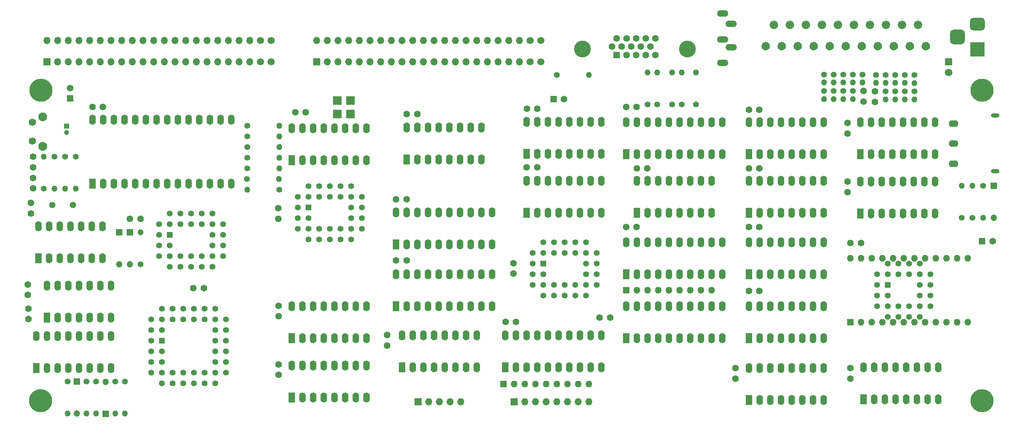
<source format=gbr>
%TF.GenerationSoftware,KiCad,Pcbnew,7.0.10*%
%TF.CreationDate,2024-04-27T18:37:45+01:00*%
%TF.ProjectId,v1b,7631622e-6b69-4636-9164-5f7063625858,rev?*%
%TF.SameCoordinates,Original*%
%TF.FileFunction,Soldermask,Top*%
%TF.FilePolarity,Negative*%
%FSLAX46Y46*%
G04 Gerber Fmt 4.6, Leading zero omitted, Abs format (unit mm)*
G04 Created by KiCad (PCBNEW 7.0.10) date 2024-04-27 18:37:45*
%MOMM*%
%LPD*%
G01*
G04 APERTURE LIST*
G04 Aperture macros list*
%AMRoundRect*
0 Rectangle with rounded corners*
0 $1 Rounding radius*
0 $2 $3 $4 $5 $6 $7 $8 $9 X,Y pos of 4 corners*
0 Add a 4 corners polygon primitive as box body*
4,1,4,$2,$3,$4,$5,$6,$7,$8,$9,$2,$3,0*
0 Add four circle primitives for the rounded corners*
1,1,$1+$1,$2,$3*
1,1,$1+$1,$4,$5*
1,1,$1+$1,$6,$7*
1,1,$1+$1,$8,$9*
0 Add four rect primitives between the rounded corners*
20,1,$1+$1,$2,$3,$4,$5,0*
20,1,$1+$1,$4,$5,$6,$7,0*
20,1,$1+$1,$6,$7,$8,$9,0*
20,1,$1+$1,$8,$9,$2,$3,0*%
G04 Aperture macros list end*
%ADD10C,1.600000*%
%ADD11R,1.600000X1.600000*%
%ADD12O,1.600000X1.600000*%
%ADD13R,1.422400X1.422400*%
%ADD14C,1.422400*%
%ADD15R,1.600000X2.400000*%
%ADD16O,1.600000X2.400000*%
%ADD17R,3.500000X3.500000*%
%ADD18RoundRect,0.750000X-1.000000X0.750000X-1.000000X-0.750000X1.000000X-0.750000X1.000000X0.750000X0*%
%ADD19RoundRect,0.875000X-0.875000X0.875000X-0.875000X-0.875000X0.875000X-0.875000X0.875000X0.875000X0*%
%ADD20C,4.000000*%
%ADD21C,1.400000*%
%ADD22O,1.400000X1.400000*%
%ADD23R,1.200000X1.200000*%
%ADD24C,1.200000*%
%ADD25R,1.500000X1.500000*%
%ADD26O,1.500000X1.500000*%
%ADD27C,5.500000*%
%ADD28C,2.100000*%
%ADD29C,1.750000*%
%ADD30R,1.700000X1.700000*%
%ADD31O,1.700000X1.700000*%
%ADD32O,2.000000X1.000000*%
%ADD33O,2.300000X1.600000*%
%ADD34R,2.000000X2.000000*%
%ADD35C,1.998980*%
%ADD36R,1.800000X1.800000*%
%ADD37C,1.800000*%
%ADD38C,1.700000*%
%ADD39O,2.700000X1.500000*%
%ADD40C,1.500000*%
G04 APERTURE END LIST*
D10*
%TO.C,Cd11*%
X101600000Y-126365000D03*
X101600000Y-128865000D03*
%TD*%
D11*
%TO.C,U20*%
X237633000Y-116325000D03*
D12*
X240173000Y-116325000D03*
X242713000Y-116325000D03*
X245253000Y-116325000D03*
X247793000Y-116325000D03*
X250333000Y-116325000D03*
X252873000Y-116325000D03*
X255413000Y-116325000D03*
X257953000Y-116325000D03*
X260493000Y-116325000D03*
X263033000Y-116325000D03*
X265573000Y-116325000D03*
X265573000Y-101085000D03*
X263033000Y-101085000D03*
X260493000Y-101085000D03*
X257953000Y-101085000D03*
X255413000Y-101085000D03*
X252873000Y-101085000D03*
X250333000Y-101085000D03*
X247793000Y-101085000D03*
X245253000Y-101085000D03*
X242713000Y-101085000D03*
X240173000Y-101085000D03*
X237633000Y-101085000D03*
%TD*%
D13*
%TO.C,U5*%
X108743000Y-89000000D03*
D14*
X106203000Y-91540000D03*
X108743000Y-91540000D03*
X106203000Y-94080000D03*
X108743000Y-96620000D03*
X108743000Y-94080000D03*
X111283000Y-96620000D03*
X111283000Y-94080000D03*
X113823000Y-96620000D03*
X113823000Y-94080000D03*
X116363000Y-96620000D03*
X116363000Y-94080000D03*
X118903000Y-96620000D03*
X121443000Y-94080000D03*
X118903000Y-94080000D03*
X121443000Y-91540000D03*
X118903000Y-91540000D03*
X121443000Y-89000000D03*
X118903000Y-89000000D03*
X121443000Y-86460000D03*
X118903000Y-83920000D03*
X118903000Y-86460000D03*
X116363000Y-83920000D03*
X116363000Y-86460000D03*
X113823000Y-83920000D03*
X113823000Y-86460000D03*
X111283000Y-83920000D03*
X111283000Y-86460000D03*
X108743000Y-83920000D03*
X106203000Y-86460000D03*
X108743000Y-86460000D03*
X106203000Y-89000000D03*
%TD*%
D10*
%TO.C,Cd4*%
X129540000Y-101600000D03*
X132040000Y-101600000D03*
%TD*%
%TO.C,C5*%
X243500000Y-63819000D03*
X243500000Y-61319000D03*
%TD*%
%TO.C,Cd28*%
X213528000Y-79612000D03*
X216028000Y-79612000D03*
%TD*%
D15*
%TO.C,U19*%
X240030000Y-76300000D03*
D16*
X242570000Y-76300000D03*
X245110000Y-76300000D03*
X247650000Y-76300000D03*
X250190000Y-76300000D03*
X252730000Y-76300000D03*
X255270000Y-76300000D03*
X257810000Y-76300000D03*
X257810000Y-68680000D03*
X255270000Y-68680000D03*
X252730000Y-68680000D03*
X250190000Y-68680000D03*
X247650000Y-68680000D03*
X245110000Y-68680000D03*
X242570000Y-68680000D03*
X240030000Y-68680000D03*
%TD*%
D17*
%TO.C,J3*%
X267857500Y-51300000D03*
D18*
X267857500Y-45300000D03*
D19*
X263157500Y-48300000D03*
%TD*%
D20*
%TO.C,J7*%
X198890000Y-51181000D03*
X173890000Y-51181000D03*
D11*
X182075000Y-52601000D03*
D10*
X184365000Y-52601000D03*
X186655000Y-52601000D03*
X188945000Y-52601000D03*
X191235000Y-52601000D03*
X180930000Y-50621000D03*
X183220000Y-50621000D03*
X185510000Y-50621000D03*
X187800000Y-50621000D03*
X190090000Y-50621000D03*
X182075000Y-48641000D03*
X184365000Y-48641000D03*
X186655000Y-48641000D03*
X188945000Y-48641000D03*
X191235000Y-48641000D03*
%TD*%
D21*
%TO.C,R25*%
X236007000Y-57270000D03*
D22*
X236007000Y-59170000D03*
%TD*%
D21*
%TO.C,R10*%
X94148000Y-77072000D03*
D22*
X101768000Y-77072000D03*
%TD*%
D15*
%TO.C,U18*%
X240030000Y-90407000D03*
D16*
X242570000Y-90407000D03*
X245110000Y-90407000D03*
X247650000Y-90407000D03*
X250190000Y-90407000D03*
X252730000Y-90407000D03*
X255270000Y-90407000D03*
X257810000Y-90407000D03*
X257810000Y-82787000D03*
X255270000Y-82787000D03*
X252730000Y-82787000D03*
X250190000Y-82787000D03*
X247650000Y-82787000D03*
X245110000Y-82787000D03*
X242570000Y-82787000D03*
X240030000Y-82787000D03*
%TD*%
D10*
%TO.C,Cd32*%
X210353000Y-127237000D03*
X210353000Y-129737000D03*
%TD*%
D21*
%TO.C,R7*%
X45720000Y-84455000D03*
D22*
X45720000Y-76835000D03*
%TD*%
D23*
%TO.C,C1*%
X51100000Y-69577400D03*
D24*
X51100000Y-71077400D03*
%TD*%
D21*
%TO.C,R11*%
X94148000Y-74532000D03*
D22*
X101768000Y-74532000D03*
%TD*%
D21*
%TO.C,R16*%
X195240000Y-64372000D03*
D22*
X195240000Y-56752000D03*
%TD*%
D21*
%TO.C,R24*%
X233721000Y-57270000D03*
D22*
X233721000Y-59170000D03*
%TD*%
D11*
%TO.C,RN2*%
X155098000Y-131047000D03*
D12*
X157638000Y-131047000D03*
X160178000Y-131047000D03*
X162718000Y-131047000D03*
X165258000Y-131047000D03*
X167798000Y-131047000D03*
X170338000Y-131047000D03*
X172878000Y-131047000D03*
X175418000Y-131047000D03*
%TD*%
D21*
%TO.C,R9*%
X94148000Y-79612000D03*
D22*
X101768000Y-79612000D03*
%TD*%
D25*
%TO.C,D4*%
X66208000Y-94852000D03*
D26*
X66208000Y-102472000D03*
%TD*%
D27*
%TO.C,H2*%
X45000000Y-135000000D03*
%TD*%
D15*
%TO.C,U3*%
X104775000Y-134222000D03*
D16*
X107315000Y-134222000D03*
X109855000Y-134222000D03*
X112395000Y-134222000D03*
X114935000Y-134222000D03*
X117475000Y-134222000D03*
X120015000Y-134222000D03*
X122555000Y-134222000D03*
X122555000Y-126602000D03*
X120015000Y-126602000D03*
X117475000Y-126602000D03*
X114935000Y-126602000D03*
X112395000Y-126602000D03*
X109855000Y-126602000D03*
X107315000Y-126602000D03*
X104775000Y-126602000D03*
%TD*%
D15*
%TO.C,U16*%
X213493000Y-134857000D03*
D16*
X216033000Y-134857000D03*
X218573000Y-134857000D03*
X221113000Y-134857000D03*
X223653000Y-134857000D03*
X226193000Y-134857000D03*
X228733000Y-134857000D03*
X231273000Y-134857000D03*
X231273000Y-127237000D03*
X228733000Y-127237000D03*
X226193000Y-127237000D03*
X223653000Y-127237000D03*
X221113000Y-127237000D03*
X218573000Y-127237000D03*
X216033000Y-127237000D03*
X213493000Y-127237000D03*
%TD*%
D21*
%TO.C,R39*%
X167808000Y-57387000D03*
D22*
X175428000Y-57387000D03*
%TD*%
D21*
%TO.C,R34*%
X248326000Y-57387000D03*
D22*
X248326000Y-59287000D03*
%TD*%
D10*
%TO.C,C3*%
X43180000Y-76855000D03*
X43180000Y-79355000D03*
%TD*%
D15*
%TO.C,U7*%
X160655000Y-76200000D03*
D16*
X163195000Y-76200000D03*
X165735000Y-76200000D03*
X168275000Y-76200000D03*
X170815000Y-76200000D03*
X173355000Y-76200000D03*
X175895000Y-76200000D03*
X178435000Y-76200000D03*
X178435000Y-68580000D03*
X175895000Y-68580000D03*
X173355000Y-68580000D03*
X170815000Y-68580000D03*
X168275000Y-68580000D03*
X165735000Y-68580000D03*
X163195000Y-68580000D03*
X160655000Y-68580000D03*
%TD*%
D21*
%TO.C,R2*%
X101768000Y-84692000D03*
D22*
X94148000Y-84692000D03*
%TD*%
D28*
%TO.C,SW1*%
X45466000Y-74422000D03*
X45466000Y-67412000D03*
D29*
X42976000Y-73172000D03*
X42976000Y-68672000D03*
%TD*%
D15*
%TO.C,U2*%
X44450000Y-101065000D03*
D16*
X46990000Y-101065000D03*
X49530000Y-101065000D03*
X52070000Y-101065000D03*
X54610000Y-101065000D03*
X57150000Y-101065000D03*
X59690000Y-101065000D03*
X59690000Y-93445000D03*
X57150000Y-93445000D03*
X54610000Y-93445000D03*
X52070000Y-93445000D03*
X49530000Y-93445000D03*
X46990000Y-93445000D03*
X44450000Y-93445000D03*
%TD*%
D21*
%TO.C,R22*%
X238293000Y-61202000D03*
D22*
X238293000Y-63102000D03*
%TD*%
D21*
%TO.C,R5*%
X50800000Y-76835000D03*
D22*
X50800000Y-84455000D03*
%TD*%
D30*
%TO.C,J2*%
X157638000Y-135255000D03*
D31*
X160178000Y-135255000D03*
X162718000Y-135255000D03*
X165258000Y-135255000D03*
X167798000Y-135255000D03*
X170338000Y-135255000D03*
X172878000Y-135255000D03*
X175418000Y-135255000D03*
%TD*%
D21*
%TO.C,R15*%
X191684000Y-64372000D03*
D22*
X191684000Y-56752000D03*
%TD*%
D21*
%TO.C,R6*%
X53340000Y-76835000D03*
D22*
X53340000Y-84455000D03*
%TD*%
D21*
%TO.C,R32*%
X252898000Y-57408000D03*
D22*
X252898000Y-59308000D03*
%TD*%
D32*
%TO.C,SW2*%
X272155000Y-80310000D03*
X272155000Y-67010000D03*
D33*
X262255000Y-78510000D03*
X262255000Y-73710000D03*
X262255000Y-69010000D03*
%TD*%
D21*
%TO.C,R38*%
X266700000Y-91440000D03*
D22*
X266700000Y-83820000D03*
%TD*%
D10*
%TO.C,Cd27*%
X42672000Y-90367000D03*
X42672000Y-87867000D03*
%TD*%
D21*
%TO.C,R21*%
X236007000Y-61202000D03*
D22*
X236007000Y-63102000D03*
%TD*%
D10*
%TO.C,Cd1*%
X180508000Y-115172000D03*
X178008000Y-115172000D03*
%TD*%
D21*
%TO.C,R3*%
X58166000Y-130412000D03*
D22*
X58166000Y-138032000D03*
%TD*%
D15*
%TO.C,U15*%
X184308000Y-76300000D03*
D16*
X186848000Y-76300000D03*
X189388000Y-76300000D03*
X191928000Y-76300000D03*
X194468000Y-76300000D03*
X197008000Y-76300000D03*
X199548000Y-76300000D03*
X202088000Y-76300000D03*
X204628000Y-76300000D03*
X207168000Y-76300000D03*
X207168000Y-68680000D03*
X204628000Y-68680000D03*
X202088000Y-68680000D03*
X199548000Y-68680000D03*
X197008000Y-68680000D03*
X194468000Y-68680000D03*
X191928000Y-68680000D03*
X189388000Y-68680000D03*
X186848000Y-68680000D03*
X184308000Y-68680000D03*
%TD*%
D10*
%TO.C,Cd15*%
X41910000Y-107315000D03*
X41910000Y-109815000D03*
%TD*%
%TO.C,Cd30*%
X213528000Y-65642000D03*
X216028000Y-65642000D03*
%TD*%
D15*
%TO.C,U17*%
X240813000Y-134710000D03*
D16*
X243353000Y-134710000D03*
X245893000Y-134710000D03*
X248433000Y-134710000D03*
X250973000Y-134710000D03*
X253513000Y-134710000D03*
X256053000Y-134710000D03*
X258593000Y-134710000D03*
X258593000Y-127090000D03*
X256053000Y-127090000D03*
X253513000Y-127090000D03*
X250973000Y-127090000D03*
X248433000Y-127090000D03*
X245893000Y-127090000D03*
X243353000Y-127090000D03*
X240813000Y-127090000D03*
%TD*%
D10*
%TO.C,C2*%
X43180000Y-84415000D03*
X43180000Y-81915000D03*
%TD*%
%TO.C,Cd9*%
X213528000Y-93582000D03*
X216028000Y-93582000D03*
%TD*%
%TO.C,Cd29*%
X160695000Y-65405000D03*
X163195000Y-65405000D03*
%TD*%
D21*
%TO.C,R1*%
X55880000Y-130412000D03*
D22*
X55880000Y-138032000D03*
%TD*%
D21*
%TO.C,R28*%
X252898000Y-61319000D03*
D22*
X252898000Y-63219000D03*
%TD*%
D10*
%TO.C,Cd19*%
X105578000Y-66277000D03*
X108078000Y-66277000D03*
%TD*%
D21*
%TO.C,R14*%
X189398000Y-64372000D03*
D22*
X189398000Y-56752000D03*
%TD*%
D10*
%TO.C,Cd2*%
X155595000Y-116205000D03*
X158095000Y-116205000D03*
%TD*%
D15*
%TO.C,U32*%
X129540000Y-112495000D03*
D16*
X132080000Y-112495000D03*
X134620000Y-112495000D03*
X137160000Y-112495000D03*
X139700000Y-112495000D03*
X142240000Y-112495000D03*
X144780000Y-112495000D03*
X147320000Y-112495000D03*
X149860000Y-112495000D03*
X152400000Y-112495000D03*
X152400000Y-104875000D03*
X149860000Y-104875000D03*
X147320000Y-104875000D03*
X144780000Y-104875000D03*
X142240000Y-104875000D03*
X139700000Y-104875000D03*
X137160000Y-104875000D03*
X134620000Y-104875000D03*
X132080000Y-104875000D03*
X129540000Y-104875000D03*
%TD*%
D11*
%TO.C,C7*%
X167045000Y-63102000D03*
D10*
X169545000Y-63102000D03*
%TD*%
%TO.C,Cd13*%
X42078000Y-115570000D03*
X42078000Y-113070000D03*
%TD*%
D21*
%TO.C,R4*%
X48260000Y-76835000D03*
D22*
X48260000Y-84455000D03*
%TD*%
D11*
%TO.C,C6*%
X269000000Y-97000000D03*
D10*
X271500000Y-97000000D03*
%TD*%
D25*
%TO.C,D1*%
X53594000Y-130412000D03*
D26*
X53594000Y-138032000D03*
%TD*%
D15*
%TO.C,U24*%
X213493000Y-90270000D03*
D16*
X216033000Y-90270000D03*
X218573000Y-90270000D03*
X221113000Y-90270000D03*
X223653000Y-90270000D03*
X226193000Y-90270000D03*
X228733000Y-90270000D03*
X231273000Y-90270000D03*
X231273000Y-82650000D03*
X228733000Y-82650000D03*
X226193000Y-82650000D03*
X223653000Y-82650000D03*
X221113000Y-82650000D03*
X218573000Y-82650000D03*
X216033000Y-82650000D03*
X213493000Y-82650000D03*
%TD*%
D15*
%TO.C,U14*%
X186838000Y-90260000D03*
D16*
X189378000Y-90260000D03*
X191918000Y-90260000D03*
X194458000Y-90260000D03*
X196998000Y-90260000D03*
X199538000Y-90260000D03*
X202078000Y-90260000D03*
X204618000Y-90260000D03*
X204618000Y-82640000D03*
X202078000Y-82640000D03*
X199538000Y-82640000D03*
X196998000Y-82640000D03*
X194458000Y-82640000D03*
X191918000Y-82640000D03*
X189378000Y-82640000D03*
X186838000Y-82640000D03*
%TD*%
D34*
%TO.C,TP3*%
X115570000Y-63500000D03*
%TD*%
D21*
%TO.C,R36*%
X243754000Y-57387000D03*
D22*
X243754000Y-59287000D03*
%TD*%
D11*
%TO.C,RN1*%
X184288000Y-108685000D03*
D12*
X186828000Y-108685000D03*
X189368000Y-108685000D03*
X191908000Y-108685000D03*
X194448000Y-108685000D03*
X196988000Y-108685000D03*
X199528000Y-108685000D03*
X202068000Y-108685000D03*
X204608000Y-108685000D03*
%TD*%
D27*
%TO.C,H4*%
X269000000Y-135000000D03*
%TD*%
D21*
%TO.C,R29*%
X250612000Y-61319600D03*
D22*
X250612000Y-63219600D03*
%TD*%
D10*
%TO.C,Cd20*%
X237698000Y-97392000D03*
X240198000Y-97392000D03*
%TD*%
D21*
%TO.C,R44*%
X65000000Y-130429000D03*
D22*
X65000000Y-138049000D03*
%TD*%
D13*
%TO.C,U21*%
X246523000Y-107425000D03*
D14*
X243983000Y-109965000D03*
X246523000Y-109965000D03*
X243983000Y-112505000D03*
X246523000Y-115045000D03*
X246523000Y-112505000D03*
X249063000Y-115045000D03*
X249063000Y-112505000D03*
X251603000Y-115045000D03*
X251603000Y-112505000D03*
X254143000Y-115045000D03*
X256683000Y-112505000D03*
X254143000Y-112505000D03*
X256683000Y-109965000D03*
X254143000Y-109965000D03*
X256683000Y-107425000D03*
X254143000Y-107425000D03*
X256683000Y-104885000D03*
X254143000Y-102345000D03*
X254143000Y-104885000D03*
X251603000Y-102345000D03*
X251603000Y-104885000D03*
X249063000Y-102345000D03*
X249063000Y-104885000D03*
X246523000Y-102345000D03*
X243983000Y-104885000D03*
X246523000Y-104885000D03*
X243983000Y-107425000D03*
%TD*%
D27*
%TO.C,H3*%
X269030000Y-61000000D03*
%TD*%
D10*
%TO.C,C4*%
X240833000Y-63702000D03*
X240833000Y-61202000D03*
%TD*%
D21*
%TO.C,R37*%
X68748000Y-102472000D03*
D22*
X68748000Y-94852000D03*
%TD*%
D25*
%TO.C,D2*%
X271780000Y-83820000D03*
D26*
X271780000Y-91440000D03*
%TD*%
D15*
%TO.C,U23*%
X213493000Y-104875000D03*
D16*
X216033000Y-104875000D03*
X218573000Y-104875000D03*
X221113000Y-104875000D03*
X223653000Y-104875000D03*
X226193000Y-104875000D03*
X228733000Y-104875000D03*
X231273000Y-104875000D03*
X231273000Y-97255000D03*
X228733000Y-97255000D03*
X226193000Y-97255000D03*
X223653000Y-97255000D03*
X221113000Y-97255000D03*
X218573000Y-97255000D03*
X216033000Y-97255000D03*
X213493000Y-97255000D03*
%TD*%
D10*
%TO.C,Cd31*%
X101514000Y-89137000D03*
X101514000Y-91637000D03*
%TD*%
D21*
%TO.C,R41*%
X264160000Y-91440000D03*
D22*
X264160000Y-83820000D03*
%TD*%
D11*
%TO.C,C8*%
X52000000Y-63000000D03*
D10*
X52000000Y-60500000D03*
%TD*%
D15*
%TO.C,U28*%
X57293000Y-83290000D03*
D16*
X59833000Y-83290000D03*
X62373000Y-83290000D03*
X64913000Y-83290000D03*
X67453000Y-83290000D03*
X69993000Y-83290000D03*
X72533000Y-83290000D03*
X75073000Y-83290000D03*
X77613000Y-83290000D03*
X80153000Y-83290000D03*
X82693000Y-83290000D03*
X85233000Y-83290000D03*
X87773000Y-83290000D03*
X90313000Y-83290000D03*
X90313000Y-68050000D03*
X87773000Y-68050000D03*
X85233000Y-68050000D03*
X82693000Y-68050000D03*
X80153000Y-68050000D03*
X77613000Y-68050000D03*
X75073000Y-68050000D03*
X72533000Y-68050000D03*
X69993000Y-68050000D03*
X67453000Y-68050000D03*
X64913000Y-68050000D03*
X62373000Y-68050000D03*
X59833000Y-68050000D03*
X57293000Y-68050000D03*
%TD*%
D15*
%TO.C,U10*%
X104775000Y-77707000D03*
D16*
X107315000Y-77707000D03*
X109855000Y-77707000D03*
X112395000Y-77707000D03*
X114935000Y-77707000D03*
X117475000Y-77707000D03*
X120015000Y-77707000D03*
X122555000Y-77707000D03*
X122555000Y-70087000D03*
X120015000Y-70087000D03*
X117475000Y-70087000D03*
X114935000Y-70087000D03*
X112395000Y-70087000D03*
X109855000Y-70087000D03*
X107315000Y-70087000D03*
X104775000Y-70087000D03*
%TD*%
D10*
%TO.C,Cd25*%
X127422000Y-119383000D03*
X127422000Y-121883000D03*
%TD*%
D21*
%TO.C,R43*%
X62738000Y-130450000D03*
D22*
X62738000Y-138070000D03*
%TD*%
D35*
%TO.C,J4*%
X217513000Y-50559640D03*
X219418000Y-45479640D03*
X221323000Y-50559640D03*
X223228000Y-45479640D03*
X225133000Y-50559640D03*
X227038000Y-45479640D03*
X228943000Y-50559640D03*
X230848000Y-45479640D03*
X232753000Y-50559640D03*
X234658000Y-45479640D03*
X236563000Y-50559640D03*
X238468000Y-45479640D03*
X240373000Y-50559640D03*
X242278000Y-45479640D03*
X244183000Y-50559640D03*
X246088000Y-45479640D03*
X247993000Y-50559640D03*
X249898000Y-45479640D03*
X251803000Y-50559640D03*
X253708000Y-45479640D03*
X255613000Y-50559640D03*
%TD*%
D13*
%TO.C,U8*%
X164623000Y-102335000D03*
D14*
X162083000Y-104875000D03*
X164623000Y-104875000D03*
X162083000Y-107415000D03*
X164623000Y-109955000D03*
X164623000Y-107415000D03*
X167163000Y-109955000D03*
X167163000Y-107415000D03*
X169703000Y-109955000D03*
X169703000Y-107415000D03*
X172243000Y-109955000D03*
X172243000Y-107415000D03*
X174783000Y-109955000D03*
X177323000Y-107415000D03*
X174783000Y-107415000D03*
X177323000Y-104875000D03*
X174783000Y-104875000D03*
X177323000Y-102335000D03*
X174783000Y-102335000D03*
X177323000Y-99795000D03*
X174783000Y-97255000D03*
X174783000Y-99795000D03*
X172243000Y-97255000D03*
X172243000Y-99795000D03*
X169703000Y-97255000D03*
X169703000Y-99795000D03*
X167163000Y-97255000D03*
X167163000Y-99795000D03*
X164623000Y-97255000D03*
X162083000Y-99795000D03*
X164623000Y-99795000D03*
X162083000Y-102335000D03*
%TD*%
D15*
%TO.C,U22*%
X213518000Y-120125000D03*
D16*
X216058000Y-120125000D03*
X218598000Y-120125000D03*
X221138000Y-120125000D03*
X223678000Y-120125000D03*
X226218000Y-120125000D03*
X228758000Y-120125000D03*
X231298000Y-120125000D03*
X231298000Y-112505000D03*
X228758000Y-112505000D03*
X226218000Y-112505000D03*
X223678000Y-112505000D03*
X221138000Y-112505000D03*
X218598000Y-112505000D03*
X216058000Y-112505000D03*
X213518000Y-112505000D03*
%TD*%
D15*
%TO.C,U26*%
X46523000Y-115172000D03*
D16*
X49063000Y-115172000D03*
X51603000Y-115172000D03*
X54143000Y-115172000D03*
X56683000Y-115172000D03*
X59223000Y-115172000D03*
X61763000Y-115172000D03*
X61763000Y-107552000D03*
X59223000Y-107552000D03*
X56683000Y-107552000D03*
X54143000Y-107552000D03*
X51603000Y-107552000D03*
X49063000Y-107552000D03*
X46523000Y-107552000D03*
%TD*%
D13*
%TO.C,U1*%
X73818000Y-120750000D03*
D14*
X71278000Y-123290000D03*
X73818000Y-123290000D03*
X71278000Y-125830000D03*
X73818000Y-125830000D03*
X71278000Y-128370000D03*
X73818000Y-130910000D03*
X73818000Y-128370000D03*
X76358000Y-130910000D03*
X76358000Y-128370000D03*
X78898000Y-130910000D03*
X78898000Y-128370000D03*
X81438000Y-130910000D03*
X81438000Y-128370000D03*
X83978000Y-130910000D03*
X83978000Y-128370000D03*
X86518000Y-130910000D03*
X89058000Y-128370000D03*
X86518000Y-128370000D03*
X89058000Y-125830000D03*
X86518000Y-125830000D03*
X89058000Y-123290000D03*
X86518000Y-123290000D03*
X89058000Y-120750000D03*
X86518000Y-120750000D03*
X89058000Y-118210000D03*
X86518000Y-118210000D03*
X89058000Y-115670000D03*
X86518000Y-113130000D03*
X86518000Y-115670000D03*
X83978000Y-113130000D03*
X83978000Y-115670000D03*
X81438000Y-113130000D03*
X81438000Y-115670000D03*
X78898000Y-113130000D03*
X78898000Y-115670000D03*
X76358000Y-113130000D03*
X76358000Y-115670000D03*
X73818000Y-113130000D03*
X71278000Y-115670000D03*
X73818000Y-115670000D03*
X71278000Y-118210000D03*
X73818000Y-118210000D03*
X71278000Y-120750000D03*
%TD*%
D30*
%TO.C,J1*%
X134788000Y-135255000D03*
D31*
X137328000Y-135255000D03*
X139868000Y-135255000D03*
X142408000Y-135255000D03*
X144948000Y-135255000D03*
%TD*%
D36*
%TO.C,D3*%
X261030000Y-54225000D03*
D37*
X261030000Y-56765000D03*
%TD*%
D15*
%TO.C,U31*%
X155575000Y-127090000D03*
D16*
X158115000Y-127090000D03*
X160655000Y-127090000D03*
X163195000Y-127090000D03*
X165735000Y-127090000D03*
X168275000Y-127090000D03*
X170815000Y-127090000D03*
X173355000Y-127090000D03*
X175895000Y-127090000D03*
X178435000Y-127090000D03*
X178435000Y-119470000D03*
X175895000Y-119470000D03*
X173355000Y-119470000D03*
X170815000Y-119470000D03*
X168275000Y-119470000D03*
X165735000Y-119470000D03*
X163195000Y-119470000D03*
X160655000Y-119470000D03*
X158115000Y-119470000D03*
X155575000Y-119470000D03*
%TD*%
D21*
%TO.C,R35*%
X246040000Y-57387000D03*
D22*
X246040000Y-59287000D03*
%TD*%
D21*
%TO.C,R12*%
X94148000Y-71992000D03*
D22*
X101768000Y-71992000D03*
%TD*%
D21*
%TO.C,R17*%
X197526000Y-64372000D03*
D22*
X197526000Y-56752000D03*
%TD*%
D21*
%TO.C,R20*%
X233721000Y-61202000D03*
D22*
X233721000Y-63102000D03*
%TD*%
D13*
%TO.C,U29*%
X75723000Y-95487000D03*
D14*
X73183000Y-98027000D03*
X75723000Y-98027000D03*
X73183000Y-100567000D03*
X75723000Y-103107000D03*
X75723000Y-100567000D03*
X78263000Y-103107000D03*
X78263000Y-100567000D03*
X80803000Y-103107000D03*
X80803000Y-100567000D03*
X83343000Y-103107000D03*
X83343000Y-100567000D03*
X85883000Y-103107000D03*
X88423000Y-100567000D03*
X85883000Y-100567000D03*
X88423000Y-98027000D03*
X85883000Y-98027000D03*
X88423000Y-95487000D03*
X85883000Y-95487000D03*
X88423000Y-92947000D03*
X85883000Y-90407000D03*
X85883000Y-92947000D03*
X83343000Y-90407000D03*
X83343000Y-92947000D03*
X80803000Y-90407000D03*
X80803000Y-92947000D03*
X78263000Y-90407000D03*
X78263000Y-92947000D03*
X75723000Y-90407000D03*
X73183000Y-92947000D03*
X75723000Y-92947000D03*
X73183000Y-95487000D03*
%TD*%
D10*
%TO.C,Cd26*%
X184318000Y-93582000D03*
X186818000Y-93582000D03*
%TD*%
D15*
%TO.C,U30*%
X130958000Y-127090000D03*
D16*
X133498000Y-127090000D03*
X136038000Y-127090000D03*
X138578000Y-127090000D03*
X141118000Y-127090000D03*
X143658000Y-127090000D03*
X146198000Y-127090000D03*
X148738000Y-127090000D03*
X148738000Y-119470000D03*
X146198000Y-119470000D03*
X143658000Y-119470000D03*
X141118000Y-119470000D03*
X138578000Y-119470000D03*
X136038000Y-119470000D03*
X133498000Y-119470000D03*
X130958000Y-119470000D03*
%TD*%
D30*
%TO.C,J6*%
X110648000Y-54212000D03*
D31*
X110648000Y-49132000D03*
X113188000Y-54212000D03*
X113188000Y-49132000D03*
X115728000Y-54212000D03*
X115728000Y-49132000D03*
X118268000Y-54212000D03*
X118268000Y-49132000D03*
X120808000Y-54212000D03*
X120808000Y-49132000D03*
X123348000Y-54212000D03*
X123348000Y-49132000D03*
X125888000Y-54212000D03*
X125888000Y-49132000D03*
X128428000Y-54212000D03*
X128428000Y-49132000D03*
X130968000Y-54212000D03*
X130968000Y-49132000D03*
X133508000Y-54212000D03*
X133508000Y-49132000D03*
X136048000Y-54212000D03*
X136048000Y-49132000D03*
X138588000Y-54212000D03*
X138588000Y-49132000D03*
X141128000Y-54212000D03*
X141128000Y-49132000D03*
X143668000Y-54212000D03*
X143668000Y-49132000D03*
X146208000Y-54212000D03*
X146208000Y-49132000D03*
X148748000Y-54212000D03*
X148748000Y-49132000D03*
X151288000Y-54212000D03*
X151288000Y-49132000D03*
X153828000Y-54212000D03*
X153828000Y-49132000D03*
X156368000Y-54212000D03*
X156368000Y-49132000D03*
X158908000Y-54212000D03*
X158908000Y-49132000D03*
D38*
X161448000Y-54212000D03*
X161448000Y-49132000D03*
X163988000Y-54212000D03*
X163988000Y-49132000D03*
%TD*%
D10*
%TO.C,Cd16*%
X213528000Y-108822000D03*
X216028000Y-108822000D03*
%TD*%
D21*
%TO.C,R40*%
X269240000Y-83820000D03*
D22*
X269240000Y-91440000D03*
%TD*%
D10*
%TO.C,Cd14*%
X83820000Y-108187000D03*
X81320000Y-108187000D03*
%TD*%
D15*
%TO.C,U4*%
X104775000Y-120115000D03*
D16*
X107315000Y-120115000D03*
X109855000Y-120115000D03*
X112395000Y-120115000D03*
X114935000Y-120115000D03*
X117475000Y-120115000D03*
X120015000Y-120115000D03*
X122555000Y-120115000D03*
X122555000Y-112495000D03*
X120015000Y-112495000D03*
X117475000Y-112495000D03*
X114935000Y-112495000D03*
X112395000Y-112495000D03*
X109855000Y-112495000D03*
X107315000Y-112495000D03*
X104775000Y-112495000D03*
%TD*%
D10*
%TO.C,Cd10*%
X68748000Y-91677000D03*
X66248000Y-91677000D03*
%TD*%
%TO.C,Cd17*%
X186858000Y-79612000D03*
X189358000Y-79612000D03*
%TD*%
D21*
%TO.C,R13*%
X94148000Y-69452000D03*
D22*
X101768000Y-69452000D03*
%TD*%
D34*
%TO.C,TP1*%
X115570000Y-66675000D03*
%TD*%
D10*
%TO.C,Cd6*%
X157480000Y-102235000D03*
X157480000Y-104735000D03*
%TD*%
D21*
%TO.C,R33*%
X250612000Y-57387000D03*
D22*
X250612000Y-59287000D03*
%TD*%
D15*
%TO.C,U25*%
X213518000Y-76300000D03*
D16*
X216058000Y-76300000D03*
X218598000Y-76300000D03*
X221138000Y-76300000D03*
X223678000Y-76300000D03*
X226218000Y-76300000D03*
X228758000Y-76300000D03*
X231298000Y-76300000D03*
X231298000Y-68680000D03*
X228758000Y-68680000D03*
X226218000Y-68680000D03*
X223678000Y-68680000D03*
X221138000Y-68680000D03*
X218598000Y-68680000D03*
X216058000Y-68680000D03*
X213518000Y-68680000D03*
%TD*%
D15*
%TO.C,U12*%
X184308000Y-104875000D03*
D16*
X186848000Y-104875000D03*
X189388000Y-104875000D03*
X191928000Y-104875000D03*
X194468000Y-104875000D03*
X197008000Y-104875000D03*
X199548000Y-104875000D03*
X202088000Y-104875000D03*
X204628000Y-104875000D03*
X207168000Y-104875000D03*
X207168000Y-97255000D03*
X204628000Y-97255000D03*
X202088000Y-97255000D03*
X199548000Y-97255000D03*
X197008000Y-97255000D03*
X194468000Y-97255000D03*
X191928000Y-97255000D03*
X189388000Y-97255000D03*
X186848000Y-97255000D03*
X184308000Y-97255000D03*
%TD*%
D21*
%TO.C,R31*%
X246040000Y-61319600D03*
D22*
X246040000Y-63219600D03*
%TD*%
D39*
%TO.C,J8*%
X209264000Y-50800000D03*
X207264000Y-48900000D03*
X207264000Y-42700000D03*
X209264000Y-45200000D03*
X207264000Y-54500000D03*
%TD*%
D21*
%TO.C,R23*%
X231435000Y-57270000D03*
D22*
X231435000Y-59170000D03*
%TD*%
D30*
%TO.C,J5*%
X46523000Y-54212000D03*
D31*
X46523000Y-49132000D03*
X49063000Y-54212000D03*
X49063000Y-49132000D03*
X51603000Y-54212000D03*
X51603000Y-49132000D03*
X54143000Y-54212000D03*
X54143000Y-49132000D03*
X56683000Y-54212000D03*
X56683000Y-49132000D03*
X59223000Y-54212000D03*
X59223000Y-49132000D03*
X61763000Y-54212000D03*
X61763000Y-49132000D03*
X64303000Y-54212000D03*
X64303000Y-49132000D03*
X66843000Y-54212000D03*
X66843000Y-49132000D03*
X69383000Y-54212000D03*
X69383000Y-49132000D03*
X71923000Y-54212000D03*
X71923000Y-49132000D03*
X74463000Y-54212000D03*
X74463000Y-49132000D03*
X77003000Y-54212000D03*
X77003000Y-49132000D03*
X79543000Y-54212000D03*
X79543000Y-49132000D03*
X82083000Y-54212000D03*
X82083000Y-49132000D03*
X84623000Y-54212000D03*
X84623000Y-49132000D03*
X87163000Y-54212000D03*
X87163000Y-49132000D03*
X89703000Y-54212000D03*
X89703000Y-49132000D03*
X92243000Y-54212000D03*
X92243000Y-49132000D03*
X94783000Y-54212000D03*
X94783000Y-49132000D03*
D38*
X97323000Y-54212000D03*
X97323000Y-49132000D03*
X99863000Y-54212000D03*
X99863000Y-49132000D03*
%TD*%
D21*
%TO.C,R27*%
X240579000Y-57270000D03*
D22*
X240579000Y-59170000D03*
%TD*%
D15*
%TO.C,U27*%
X43983000Y-127237000D03*
D16*
X46523000Y-127237000D03*
X49063000Y-127237000D03*
X51603000Y-127237000D03*
X54143000Y-127237000D03*
X56683000Y-127237000D03*
X59223000Y-127237000D03*
X61763000Y-127237000D03*
X61763000Y-119617000D03*
X59223000Y-119617000D03*
X56683000Y-119617000D03*
X54143000Y-119617000D03*
X51603000Y-119617000D03*
X49063000Y-119617000D03*
X46523000Y-119617000D03*
X43983000Y-119617000D03*
%TD*%
D34*
%TO.C,TP4*%
X118745000Y-63500000D03*
%TD*%
D21*
%TO.C,R30*%
X248326000Y-61319600D03*
D22*
X248326000Y-63219600D03*
%TD*%
D10*
%TO.C,Cd23*%
X237023000Y-68817000D03*
X237023000Y-71317000D03*
%TD*%
D34*
%TO.C,TP2*%
X118745000Y-66675000D03*
%TD*%
D10*
%TO.C,Cd7*%
X129540000Y-86995000D03*
X132040000Y-86995000D03*
%TD*%
%TO.C,Cd8*%
X101600000Y-112395000D03*
X101600000Y-114895000D03*
%TD*%
D27*
%TO.C,H1*%
X45030000Y-61000000D03*
%TD*%
D10*
%TO.C,Cd22*%
X237658000Y-127237000D03*
X237658000Y-129737000D03*
%TD*%
D21*
%TO.C,R18*%
X200945000Y-64372000D03*
D22*
X200945000Y-56752000D03*
%TD*%
D10*
%TO.C,Cd3*%
X160655000Y-79375000D03*
X163155000Y-79375000D03*
%TD*%
%TO.C,Cd24*%
X237023000Y-82787000D03*
X237023000Y-85287000D03*
%TD*%
%TO.C,Cd5*%
X132080000Y-66675000D03*
X134580000Y-66675000D03*
%TD*%
D21*
%TO.C,R8*%
X94049000Y-82152000D03*
D22*
X101669000Y-82152000D03*
%TD*%
D21*
%TO.C,R42*%
X51435000Y-130412000D03*
D22*
X51435000Y-138032000D03*
%TD*%
D21*
%TO.C,R19*%
X231435000Y-61202000D03*
D22*
X231435000Y-63102000D03*
%TD*%
D40*
%TO.C,Y1*%
X47752000Y-88392000D03*
X52632000Y-88392000D03*
%TD*%
D15*
%TO.C,U9*%
X184308000Y-120115000D03*
D16*
X186848000Y-120115000D03*
X189388000Y-120115000D03*
X191928000Y-120115000D03*
X194468000Y-120115000D03*
X197008000Y-120115000D03*
X199548000Y-120115000D03*
X202088000Y-120115000D03*
X204628000Y-120115000D03*
X207168000Y-120115000D03*
X207168000Y-112495000D03*
X204628000Y-112495000D03*
X202088000Y-112495000D03*
X199548000Y-112495000D03*
X197008000Y-112495000D03*
X194468000Y-112495000D03*
X191928000Y-112495000D03*
X189388000Y-112495000D03*
X186848000Y-112495000D03*
X184308000Y-112495000D03*
%TD*%
D10*
%TO.C,Cd12*%
X184318000Y-65007000D03*
X186818000Y-65007000D03*
%TD*%
D15*
%TO.C,U13*%
X160655000Y-90260000D03*
D16*
X163195000Y-90260000D03*
X165735000Y-90260000D03*
X168275000Y-90260000D03*
X170815000Y-90260000D03*
X173355000Y-90260000D03*
X175895000Y-90260000D03*
X178435000Y-90260000D03*
X178435000Y-82640000D03*
X175895000Y-82640000D03*
X173355000Y-82640000D03*
X170815000Y-82640000D03*
X168275000Y-82640000D03*
X165735000Y-82640000D03*
X163195000Y-82640000D03*
X160655000Y-82640000D03*
%TD*%
D25*
%TO.C,D6*%
X60452000Y-138115000D03*
D26*
X60452000Y-130495000D03*
%TD*%
D25*
%TO.C,D5*%
X63668000Y-94852000D03*
D26*
X63668000Y-102472000D03*
%TD*%
D21*
%TO.C,R26*%
X238293000Y-57265000D03*
D22*
X238293000Y-59165000D03*
%TD*%
D10*
%TO.C,Cd18*%
X57318000Y-65007000D03*
X59818000Y-65007000D03*
%TD*%
D15*
%TO.C,U11*%
X132080000Y-77570000D03*
D16*
X134620000Y-77570000D03*
X137160000Y-77570000D03*
X139700000Y-77570000D03*
X142240000Y-77570000D03*
X144780000Y-77570000D03*
X147320000Y-77570000D03*
X149860000Y-77570000D03*
X149860000Y-69950000D03*
X147320000Y-69950000D03*
X144780000Y-69950000D03*
X142240000Y-69950000D03*
X139700000Y-69950000D03*
X137160000Y-69950000D03*
X134620000Y-69950000D03*
X132080000Y-69950000D03*
%TD*%
D15*
%TO.C,U6*%
X129540000Y-97790000D03*
D16*
X132080000Y-97790000D03*
X134620000Y-97790000D03*
X137160000Y-97790000D03*
X139700000Y-97790000D03*
X142240000Y-97790000D03*
X144780000Y-97790000D03*
X147320000Y-97790000D03*
X149860000Y-97790000D03*
X152400000Y-97790000D03*
X152400000Y-90170000D03*
X149860000Y-90170000D03*
X147320000Y-90170000D03*
X144780000Y-90170000D03*
X142240000Y-90170000D03*
X139700000Y-90170000D03*
X137160000Y-90170000D03*
X134620000Y-90170000D03*
X132080000Y-90170000D03*
X129540000Y-90170000D03*
%TD*%
M02*

</source>
